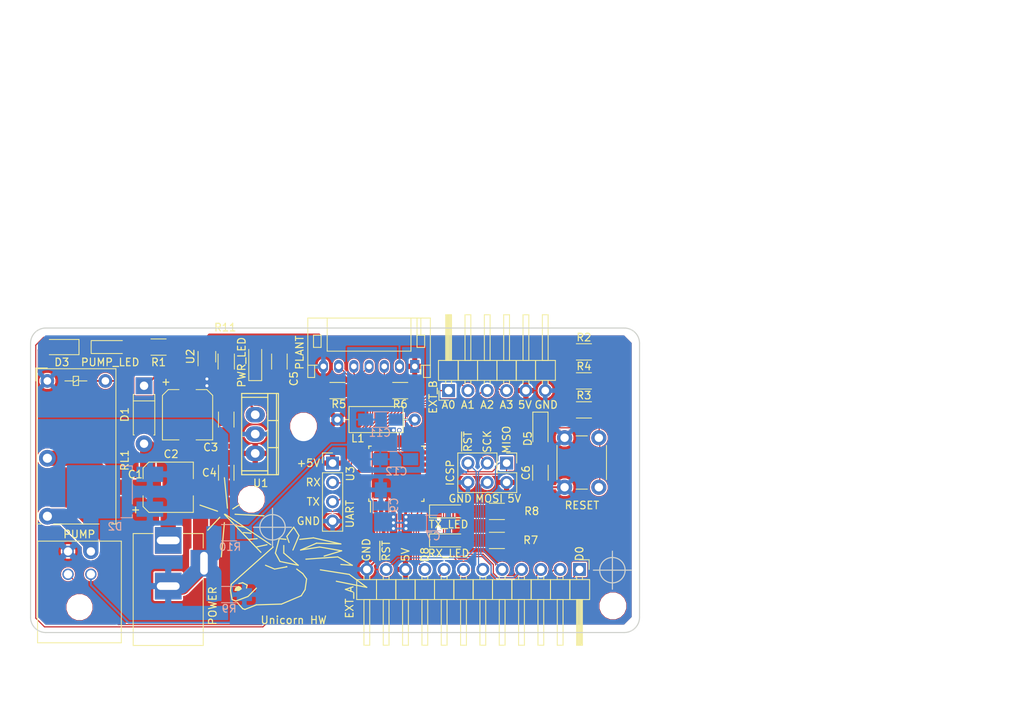
<source format=kicad_pcb>
(kicad_pcb (version 4) (host pcbnew 4.0.6)
  (layers (0 F.Cu mixed) (31 B.Cu mixed) (34 B.Paste user) (35 F.Paste user) (36 B.SilkS user) (37 F.SilkS user) (38 B.Mask user) (39 F.Mask user) (44 Edge.Cuts user))
  (net 0 "")
  (net 1 +12V)
  (net 2 PGND)
  (net 3 REG_PWR)
  (net 4 GND)
  (net 5 Vcc)
  (net 6 ~RESET)
  (net 7 AVcc)
  (net 8 AVss)
  (net 9 "Net-(C12-Pad1)")
  (net 10 /PUMP+)
  (net 11 /COIL_PWR)
  (net 12 "Net-(D4-Pad2)")
  (net 13 "Net-(D6-Pad2)")
  (net 14 RX_LED)
  (net 15 "Net-(D7-Pad2)")
  (net 16 TX_LED)
  (net 17 "Net-(D8-Pad2)")
  (net 18 MISO)
  (net 19 SCK)
  (net 20 MOSI)
  (net 21 EXT_D0)
  (net 22 EXT_D1)
  (net 23 EXT_D2)
  (net 24 EXT_A0)
  (net 25 EXT_A1)
  (net 26 EXT_A2)
  (net 27 EXT_A3)
  (net 28 ~LEVEL_ALERT)
  (net 29 THERM)
  (net 30 MOIST-)
  (net 31 MOISTURE)
  (net 32 ~OVRFLW)
  (net 33 RX)
  (net 34 TX)
  (net 35 PUMP)
  (net 36 "Net-(R3-Pad1)")
  (net 37 "Net-(R3-Pad2)")
  (net 38 MOIST+)
  (net 39 "Net-(U2-Pad3)")
  (net 40 EXT_D6)
  (net 41 EXT_D7)
  (net 42 EXT_D8)
  (module Mounting_Holes:MountingHole_3.2mm_M3 (layer F.Cu) (at 199.893 124.297)
    (fp_text reference MH2 hide)
    (fp_text value MountingHole_3.2mm_M3 hide)
    (pad 1 np_thru_hole circle (at 0 0) (size 3.2 3.2) (drill 3.2) (layers *.Cu *.Mask))
  )
  (module TO_SOT_Packages_SMD:SOT-363_SC-70-6_Handsoldering (layer F.Cu) (at 187.198 114.808 90)
    (fp_text reference U2 (at 0.036 -2.164 90) (layer F.SilkS))
    (fp_text value MIC94090 hide)
    (pad 1 smd rect (at -1.33 -0.65 90) (size 1.5 0.4) (layers F.Cu F.Paste F.Mask) (net 11 /COIL_PWR))
    (pad 2 smd rect (at -1.33 0 90) (size 1.5 0.4) (layers F.Cu F.Paste F.Mask) (net 4 GND))
    (pad 3 smd rect (at -1.33 0.65 90) (size 1.5 0.4) (layers F.Cu F.Paste F.Mask) (net 39 "Net-(U2-Pad3)"))
    (pad 4 smd rect (at 1.33 0.65 90) (size 1.5 0.4) (layers F.Cu F.Paste F.Mask) (net 5 Vcc))
    (pad 5 smd rect (at 1.33 0 90) (size 1.5 0.4) (layers F.Cu F.Paste F.Mask) (net 4 GND))
    (pad 6 smd rect (at 1.33 -0.65 90) (size 1.5 0.4) (layers F.Cu F.Paste F.Mask) (net 35 PUMP))
  )
  (module Mounting_Holes:MountingHole_3.2mm_M3 (layer F.Cu) (at 240.533 147.538)
    (fp_text reference MH3 hide)
    (fp_text value MountingHole_3.2mm_M3)
    (pad 1 np_thru_hole circle (at 0 0) (size 3.2 3.2) (drill 3.2) (layers *.Cu *.Mask))
  )
  (module Pin_Headers:Pin_Header_Angled_1x12_Pitch2.54mm (layer F.Cu) (at 236.148 142.748 270)
    (fp_text reference J3)
    (fp_text value EXT_A (at 4.315 30.21 270) (layer F.SilkS))
    (pad 1 thru_hole rect (at 0 0 270) (size 1.7 1.7) (drill 1) (layers *.Cu *.Mask) (net 21 EXT_D0))
    (pad 2 thru_hole oval (at 0 2.54 270) (size 1.7 1.7) (drill 1) (layers *.Cu *.Mask) (net 22 EXT_D1))
    (pad 3 thru_hole oval (at 0 5.08 270) (size 1.7 1.7) (drill 1) (layers *.Cu *.Mask) (net 23 EXT_D2))
    (pad 4 thru_hole oval (at 0 7.62 270) (size 1.7 1.7) (drill 1) (layers *.Cu *.Mask) (net 20 MOSI))
    (pad 5 thru_hole oval (at 0 10.16 270) (size 1.7 1.7) (drill 1) (layers *.Cu *.Mask) (net 18 MISO))
    (pad 6 thru_hole oval (at 0 12.7 270) (size 1.7 1.7) (drill 1) (layers *.Cu *.Mask) (net 19 SCK))
    (pad 7 thru_hole oval (at 0 15.24 270) (size 1.7 1.7) (drill 1) (layers *.Cu *.Mask) (net 40 EXT_D6))
    (pad 8 thru_hole oval (at 0 17.78 270) (size 1.7 1.7) (drill 1) (layers *.Cu *.Mask) (net 41 EXT_D7))
    (pad 9 thru_hole oval (at 0 20.32 270) (size 1.7 1.7) (drill 1) (layers *.Cu *.Mask) (net 42 EXT_D8))
    (pad 10 thru_hole oval (at 0 22.86 270) (size 1.7 1.7) (drill 1) (layers *.Cu *.Mask) (net 5 Vcc))
    (pad 11 thru_hole oval (at 0 25.4 270) (size 1.7 1.7) (drill 1) (layers *.Cu *.Mask) (net 6 ~RESET))
    (pad 12 thru_hole oval (at 0 27.94 270) (size 1.7 1.7) (drill 1) (layers *.Cu *.Mask) (net 4 GND))
  )
  (module Capacitors_SMD:CP_Elec_6.3x7.7 (layer F.Cu) (at 182.118 131.953)
    (fp_text reference C1 (at -4.323 -1.687) (layer F.SilkS))
    (fp_text value 100µF)
    (fp_text user + (at -4.28 2.91) (layer F.SilkS))
    (pad 1 smd rect (at -2.7 0 180) (size 3.5 1.6) (layers F.Cu F.Paste F.Mask) (net 1 +12V))
    (pad 2 smd rect (at 2.7 0 180) (size 3.5 1.6) (layers F.Cu F.Paste F.Mask) (net 2 PGND))
  )
  (module Capacitors_SMD:CP_Elec_6.3x7.7 (layer F.Cu) (at 184.658 122.428 270)
    (fp_text reference C2 (at 5.171 2.164 360) (layer F.SilkS))
    (fp_text value 100µF)
    (fp_text user + (at -4.28 2.91 270) (layer F.SilkS))
    (pad 1 smd rect (at -2.7 0 90) (size 3.5 1.6) (layers F.Cu F.Paste F.Mask) (net 3 REG_PWR))
    (pad 2 smd rect (at 2.7 0 90) (size 3.5 1.6) (layers F.Cu F.Paste F.Mask) (net 4 GND))
  )
  (module Capacitors_SMD:C_1206_HandSoldering (layer F.Cu) (at 189.738 123.063 270)
    (fp_text reference C3 (at 3.647 2.037 360) (layer F.SilkS))
    (fp_text value 100nF)
    (pad 1 smd rect (at -2 0 270) (size 2 1.6) (layers F.Cu F.Paste F.Mask) (net 3 REG_PWR))
    (pad 2 smd rect (at 2 0 270) (size 2 1.6) (layers F.Cu F.Paste F.Mask) (net 4 GND))
  )
  (module Capacitors_SMD:C_1206_HandSoldering (layer F.Cu) (at 189.738 130.048 90)
    (fp_text reference C4 (at 0.01 -2.205 180) (layer F.SilkS))
    (fp_text value 100nF)
    (pad 1 smd rect (at -2 0 90) (size 2 1.6) (layers F.Cu F.Paste F.Mask) (net 5 Vcc))
    (pad 2 smd rect (at 2 0 90) (size 2 1.6) (layers F.Cu F.Paste F.Mask) (net 4 GND))
  )
  (module Capacitors_SMD:C_1206_HandSoldering (layer F.Cu) (at 196.723 115.443 270)
    (fp_text reference C5 (at 2.25 -1.9 270) (layer F.SilkS))
    (fp_text value 100nF)
    (pad 1 smd rect (at -2 0 270) (size 2 1.6) (layers F.Cu F.Paste F.Mask) (net 5 Vcc))
    (pad 2 smd rect (at 2 0 270) (size 2 1.6) (layers F.Cu F.Paste F.Mask) (net 4 GND))
  )
  (module Capacitors_SMD:C_1206_HandSoldering (layer F.Cu) (at 231.013 130.048 270)
    (fp_text reference C6 (at 0 1.905 270) (layer F.SilkS))
    (fp_text value 100nF)
    (pad 1 smd rect (at -2 0 270) (size 2 1.6) (layers F.Cu F.Paste F.Mask) (net 6 ~RESET))
    (pad 2 smd rect (at 2 0 270) (size 2 1.6) (layers F.Cu F.Paste F.Mask) (net 4 GND))
  )
  (module Capacitors_SMD:C_1206_HandSoldering (layer B.Cu) (at 216.916 136.652)
    (fp_text reference C7 (at 0 1.75) (layer B.SilkS) (effects (justify mirror)))
    (fp_text value 100nF)
    (pad 1 smd rect (at -2 0) (size 2 1.6) (layers B.Cu B.Paste B.Mask) (net 5 Vcc))
    (pad 2 smd rect (at 2 0) (size 2 1.6) (layers B.Cu B.Paste B.Mask) (net 4 GND))
  )
  (module Capacitors_SMD:C_1206_HandSoldering (layer B.Cu) (at 210.053 134.298 90)
    (fp_text reference C9 (at 0 1.75 90) (layer B.SilkS) (effects (justify mirror)))
    (fp_text value 100nF)
    (pad 1 smd rect (at -2 0 90) (size 2 1.6) (layers B.Cu B.Paste B.Mask) (net 5 Vcc))
    (pad 2 smd rect (at 2 0 90) (size 2 1.6) (layers B.Cu B.Paste B.Mask) (net 4 GND))
  )
  (module Capacitors_SMD:C_1206_HandSoldering (layer B.Cu) (at 210.058 123.063 180)
    (fp_text reference C11 (at 0.132 -1.742 180) (layer B.SilkS) (effects (justify mirror)))
    (fp_text value 100nF)
    (pad 1 smd rect (at -2 0 180) (size 2 1.6) (layers B.Cu B.Paste B.Mask) (net 7 AVcc))
    (pad 2 smd rect (at 2 0 180) (size 2 1.6) (layers B.Cu B.Paste B.Mask) (net 8 AVss))
  )
  (module Capacitors_SMD:C_1206_HandSoldering (layer B.Cu) (at 211.963 128.27 180)
    (fp_text reference C12 (at -0.122 -1.615 180) (layer B.SilkS) (effects (justify mirror)))
    (fp_text value 10nF)
    (pad 1 smd rect (at -2 0 180) (size 2 1.6) (layers B.Cu B.Paste B.Mask) (net 9 "Net-(C12-Pad1)"))
    (pad 2 smd rect (at 2 0 180) (size 2 1.6) (layers B.Cu B.Paste B.Mask) (net 8 AVss))
  )
  (module Connectors:BARREL_JACK (layer F.Cu) (at 182.118 138.938 90)
    (fp_text reference CON1)
    (fp_text value POWER (at -8.6 5.837 90) (layer F.SilkS))
    (pad 1 thru_hole rect (at 0 0 90) (size 3.5 3.5) (drill oval 1 3) (layers *.Cu *.Mask) (net 1 +12V))
    (pad 2 thru_hole rect (at -6 0 90) (size 3.5 3.5) (drill oval 1 3) (layers *.Cu *.Mask) (net 2 PGND))
    (pad 3 thru_hole rect (at -3 4.7 90) (size 3.5 3.5) (drill oval 3 1) (layers *.Cu *.Mask) (net 2 PGND))
  )
  (module Diodes_THT:D_DO-41_SOD81_P7.62mm_Horizontal (layer F.Cu) (at 178.943 118.618 270)
    (fp_text reference D1 (at 3.793 2.537 270) (layer F.SilkS))
    (fp_text value D)
    (pad 1 thru_hole rect (at 0 0 270) (size 2.2 2.2) (drill 1.1) (layers *.Cu *.Mask) (net 3 REG_PWR))
    (pad 2 thru_hole oval (at 7.62 0 270) (size 2.2 2.2) (drill 1.1) (layers *.Cu *.Mask) (net 1 +12V))
  )
  (module TO_SOT_Packages_SMD:TO-252-2_Rectifier (layer B.Cu) (at 175.128 132.552 180)
    (fp_text reference D2 (at 0 -4.572 180) (layer B.SilkS) (effects (justify mirror)))
    (fp_text value D_Schottky_AKA)
    (pad 1 smd rect (at -4.575 2.3 270) (size 2 3.5) (layers B.Cu B.Paste B.Mask) (net 2 PGND))
    (pad 3 smd rect (at -4.575 -2.28 270) (size 2 3.5) (layers B.Cu B.Paste B.Mask) (net 2 PGND))
    (pad 2 smd rect (at 2.825 0 270) (size 7 7) (layers B.Cu B.Paste B.Mask) (net 10 /PUMP+))
  )
  (module Diodes_SMD:D_SOD-123 (layer F.Cu) (at 168.148 113.538 180)
    (fp_text reference D3 (at 0.005 -1.996 180) (layer F.SilkS))
    (fp_text value D_Schottky)
    (pad 1 smd rect (at -1.65 0 180) (size 0.9 1.2) (layers F.Cu F.Paste F.Mask) (net 11 /COIL_PWR))
    (pad 2 smd rect (at 1.65 0 180) (size 0.9 1.2) (layers F.Cu F.Paste F.Mask) (net 4 GND))
  )
  (module LEDs:LED_1206 (layer F.Cu) (at 174.498 113.538)
    (fp_text reference D4)
    (fp_text value PUMP_LED (at -0.005 1.996) (layer F.SilkS))
    (pad 2 smd rect (at 1.65 0 180) (size 1.5 1.5) (layers F.Cu F.Paste F.Mask) (net 12 "Net-(D4-Pad2)"))
    (pad 1 smd rect (at -1.65 0 180) (size 1.5 1.5) (layers F.Cu F.Paste F.Mask) (net 4 GND))
  )
  (module Diodes_SMD:D_SOD-123 (layer F.Cu) (at 231.013 124.333 270)
    (fp_text reference D5 (at 1.234 1.656 450) (layer F.SilkS))
    (fp_text value D_Schottky)
    (pad 1 smd rect (at -1.65 0 270) (size 0.9 1.2) (layers F.Cu F.Paste F.Mask) (net 5 Vcc))
    (pad 2 smd rect (at 1.65 0 270) (size 0.9 1.2) (layers F.Cu F.Paste F.Mask) (net 6 ~RESET))
  )
  (module LEDs:LED_1206 (layer F.Cu) (at 218.948 138.938)
    (fp_text reference D6)
    (fp_text value RX_LED (at 0 1.7) (layer F.SilkS))
    (pad 2 smd rect (at 1.65 0 180) (size 1.5 1.5) (layers F.Cu F.Paste F.Mask) (net 13 "Net-(D6-Pad2)"))
    (pad 1 smd rect (at -1.65 0 180) (size 1.5 1.5) (layers F.Cu F.Paste F.Mask) (net 14 RX_LED))
  )
  (module LEDs:LED_1206 (layer F.Cu) (at 218.948 135.128)
    (fp_text reference D7)
    (fp_text value TX_LED (at 0 1.7) (layer F.SilkS))
    (pad 2 smd rect (at 1.65 0 180) (size 1.5 1.5) (layers F.Cu F.Paste F.Mask) (net 15 "Net-(D7-Pad2)"))
    (pad 1 smd rect (at -1.65 0 180) (size 1.5 1.5) (layers F.Cu F.Paste F.Mask) (net 16 TX_LED))
  )
  (module LEDs:LED_1206 (layer F.Cu) (at 193.548 115.443 90)
    (fp_text reference D8)
    (fp_text value PWR_LED (at -0.091 -1.783 90) (layer F.SilkS))
    (pad 2 smd rect (at 1.65 0 270) (size 1.5 1.5) (layers F.Cu F.Paste F.Mask) (net 17 "Net-(D8-Pad2)"))
    (pad 1 smd rect (at -1.65 0 270) (size 1.5 1.5) (layers F.Cu F.Paste F.Mask) (net 4 GND))
  )
  (module Pin_Headers:Pin_Header_Straight_2x03_Pitch2.54mm (layer F.Cu) (at 226.568 128.778 270)
    (fp_text reference J1)
    (fp_text value ICSP (at 1.27 7.41 270) (layer F.SilkS))
    (pad 1 thru_hole rect (at 0 0 270) (size 1.7 1.7) (drill 1) (layers *.Cu *.Mask) (net 18 MISO))
    (pad 2 thru_hole oval (at 2.54 0 270) (size 1.7 1.7) (drill 1) (layers *.Cu *.Mask) (net 5 Vcc))
    (pad 3 thru_hole oval (at 0 2.54 270) (size 1.7 1.7) (drill 1) (layers *.Cu *.Mask) (net 19 SCK))
    (pad 4 thru_hole oval (at 2.54 2.54 270) (size 1.7 1.7) (drill 1) (layers *.Cu *.Mask) (net 20 MOSI))
    (pad 5 thru_hole oval (at 0 5.08 270) (size 1.7 1.7) (drill 1) (layers *.Cu *.Mask) (net 6 ~RESET))
    (pad 6 thru_hole oval (at 2.54 5.08 270) (size 1.7 1.7) (drill 1) (layers *.Cu *.Mask) (net 4 GND))
  )
  (module Inductors_THT:L_Axial_L7.0mm_D3.3mm_P10.16mm_Horizontal_Fastron_MICC (layer F.Cu) (at 204.343 123.063)
    (fp_text reference L1 (at 2.69 2.475) (layer F.SilkS))
    (fp_text value 10µH)
    (pad 1 thru_hole circle (at 0 0) (size 1.6 1.6) (drill 0.8) (layers *.Cu *.Mask) (net 5 Vcc))
    (pad 2 thru_hole oval (at 10.16 0) (size 1.6 1.6) (drill 0.8) (layers *.Cu *.Mask) (net 7 AVcc))
  )
  (module Connectors_Molex:Molex_Microfit3_Header_02x02_Angled_43045-040x (layer F.Cu) (at 171.958 143.383)
    (fp_text reference P1)
    (fp_text value PUMP (at -1.529 -5.243) (layer F.SilkS))
    (pad 3 thru_hole circle (at 0 -3) (size 1.5 1.5) (drill 1.1) (layers *.Cu *.Mask) (net 10 /PUMP+))
    (pad 1 thru_hole circle (at 0 0) (size 1.5 1.5) (drill 1.1) (layers *.Cu *.Mask) (net 4 GND))
    (pad 4 thru_hole circle (at -3 -3) (size 1.5 1.5) (drill 1.1) (layers *.Cu *.Mask) (net 2 PGND))
    (pad 2 thru_hole circle (at -3 0) (size 1.5 1.5) (drill 1.1) (layers *.Cu *.Mask) (net 28 ~LEVEL_ALERT))
    (pad "" np_thru_hole circle (at -1.5 4.32) (size 3.1 3.1) (drill 3.1) (layers *.Cu *.Mask))
  )
  (module Connectors_JST:JST_PH_S7B-PH-K_07x2.00mm_Angled (layer F.Cu) (at 214.503 116.078 180)
    (fp_text reference P2)
    (fp_text value PLANT (at 15.118 1.814 450) (layer F.SilkS))
    (pad 1 thru_hole rect (at 0 0 180) (size 1.2 1.7) (drill 0.75) (layers *.Cu *.Mask) (net 5 Vcc))
    (pad 2 thru_hole oval (at 2 0 180) (size 1.2 1.7) (drill 0.75) (layers *.Cu *.Mask) (net 4 GND))
    (pad 3 thru_hole oval (at 4 0 180) (size 1.2 1.7) (drill 0.75) (layers *.Cu *.Mask) (net 31 MOISTURE))
    (pad 4 thru_hole oval (at 6 0 180) (size 1.2 1.7) (drill 0.75) (layers *.Cu *.Mask) (net 30 MOIST-))
    (pad 5 thru_hole oval (at 8 0 180) (size 1.2 1.7) (drill 0.75) (layers *.Cu *.Mask) (net 29 THERM))
    (pad 6 thru_hole oval (at 10 0 180) (size 1.2 1.7) (drill 0.75) (layers *.Cu *.Mask) (net 32 ~OVRFLW))
    (pad 7 thru_hole oval (at 12 0 180) (size 1.2 1.7) (drill 0.75) (layers *.Cu *.Mask) (net 4 GND))
  )
  (module Pin_Headers:Pin_Header_Straight_1x04_Pitch2.54mm (layer F.Cu) (at 203.708 128.778)
    (fp_text reference P3 hide)
    (fp_text value UART (at 2.281 6.695 90) (layer F.SilkS))
    (pad 1 thru_hole rect (at 0 0) (size 1.7 1.7) (drill 1) (layers *.Cu *.Mask) (net 5 Vcc))
    (pad 2 thru_hole oval (at 0 2.54) (size 1.7 1.7) (drill 1) (layers *.Cu *.Mask) (net 33 RX))
    (pad 3 thru_hole oval (at 0 5.08) (size 1.7 1.7) (drill 1) (layers *.Cu *.Mask) (net 34 TX))
    (pad 4 thru_hole oval (at 0 7.62) (size 1.7 1.7) (drill 1) (layers *.Cu *.Mask) (net 4 GND))
  )
  (module Resistors_SMD:R_1206_HandSoldering (layer F.Cu) (at 180.848 113.538)
    (fp_text reference R1 (at 0 2) (layer F.SilkS))
    (fp_text value 1.5k)
    (pad 1 smd rect (at -2 0) (size 2 1.7) (layers F.Cu F.Paste F.Mask) (net 12 "Net-(D4-Pad2)"))
    (pad 2 smd rect (at 2 0) (size 2 1.7) (layers F.Cu F.Paste F.Mask) (net 35 PUMP))
  )
  (module Resistors_SMD:R_1206_HandSoldering (layer F.Cu) (at 236.728 114.173 180)
    (fp_text reference R2 (at 0 1.905 180) (layer F.SilkS))
    (fp_text value 4k7)
    (pad 1 smd rect (at -2 0 180) (size 2 1.7) (layers F.Cu F.Paste F.Mask) (net 6 ~RESET))
    (pad 2 smd rect (at 2 0 180) (size 2 1.7) (layers F.Cu F.Paste F.Mask) (net 5 Vcc))
  )
  (module Resistors_SMD:R_1206_HandSoldering (layer F.Cu) (at 236.728 121.793 180)
    (fp_text reference R3 (at 0 1.905 180) (layer F.SilkS))
    (fp_text value 150)
    (pad 1 smd rect (at -2 0 180) (size 2 1.7) (layers F.Cu F.Paste F.Mask) (net 36 "Net-(R3-Pad1)"))
    (pad 2 smd rect (at 2 0 180) (size 2 1.7) (layers F.Cu F.Paste F.Mask) (net 37 "Net-(R3-Pad2)"))
  )
  (module Resistors_SMD:R_1206_HandSoldering (layer F.Cu) (at 236.728 117.983)
    (fp_text reference R4 (at 0 -1.905) (layer F.SilkS))
    (fp_text value 150)
    (pad 1 smd rect (at -2 0) (size 2 1.7) (layers F.Cu F.Paste F.Mask) (net 37 "Net-(R3-Pad2)"))
    (pad 2 smd rect (at 2 0) (size 2 1.7) (layers F.Cu F.Paste F.Mask) (net 6 ~RESET))
  )
  (module Resistors_SMD:R_1206_HandSoldering (layer F.Cu) (at 204.343 119.253)
    (fp_text reference R5 (at 0.19 1.785) (layer F.SilkS))
    (fp_text value 100k)
    (pad 1 smd rect (at -2 0) (size 2 1.7) (layers F.Cu F.Paste F.Mask) (net 5 Vcc))
    (pad 2 smd rect (at 2 0) (size 2 1.7) (layers F.Cu F.Paste F.Mask) (net 32 ~OVRFLW))
  )
  (module Resistors_SMD:R_1206_HandSoldering (layer F.Cu) (at 212.598 119.253)
    (fp_text reference R6 (at -0.005 1.785) (layer F.SilkS))
    (fp_text value 10k)
    (pad 1 smd rect (at -2 0) (size 2 1.7) (layers F.Cu F.Paste F.Mask) (net 31 MOISTURE))
    (pad 2 smd rect (at 2 0) (size 2 1.7) (layers F.Cu F.Paste F.Mask) (net 38 MOIST+))
  )
  (module Resistors_SMD:R_1206_HandSoldering (layer F.Cu) (at 225.298 138.938 180)
    (fp_text reference R7 (at -4.44 0.036 180) (layer F.SilkS))
    (fp_text value 150R)
    (pad 1 smd rect (at -2 0 180) (size 2 1.7) (layers F.Cu F.Paste F.Mask) (net 5 Vcc))
    (pad 2 smd rect (at 2 0 180) (size 2 1.7) (layers F.Cu F.Paste F.Mask) (net 13 "Net-(D6-Pad2)"))
  )
  (module Resistors_SMD:R_1206_HandSoldering (layer F.Cu) (at 225.298 135.128 180)
    (fp_text reference R8 (at -4.567 0.036 180) (layer F.SilkS))
    (fp_text value 150R)
    (pad 1 smd rect (at -2 0 180) (size 2 1.7) (layers F.Cu F.Paste F.Mask) (net 5 Vcc))
    (pad 2 smd rect (at 2 0 180) (size 2 1.7) (layers F.Cu F.Paste F.Mask) (net 15 "Net-(D7-Pad2)"))
  )
  (module Resistors_SMD:R_1206_HandSoldering (layer B.Cu) (at 190.119 146.05)
    (fp_text reference R9 (at 0 1.85) (layer B.SilkS) (effects (justify mirror)))
    (fp_text value 0)
    (pad 1 smd rect (at -2 0) (size 2 1.7) (layers B.Cu B.Paste B.Mask) (net 2 PGND))
    (pad 2 smd rect (at 2 0) (size 2 1.7) (layers B.Cu B.Paste B.Mask) (net 4 GND))
  )
  (module Resistors_SMD:R_1206_HandSoldering (layer B.Cu) (at 190.119 137.922 180)
    (fp_text reference R10 (at -0.122 -1.869 180) (layer B.SilkS) (effects (justify mirror)))
    (fp_text value 0)
    (pad 1 smd rect (at -2 0 180) (size 2 1.7) (layers B.Cu B.Paste B.Mask) (net 8 AVss))
    (pad 2 smd rect (at 2 0 180) (size 2 1.7) (layers B.Cu B.Paste B.Mask) (net 2 PGND))
  )
  (module Resistors_SMD:R_1206_HandSoldering (layer F.Cu) (at 189.738 115.443 90)
    (fp_text reference R11 (at 4.481 -0.132 180) (layer F.SilkS))
    (fp_text value 1.5K)
    (pad 1 smd rect (at -2 0 90) (size 2 1.7) (layers F.Cu F.Paste F.Mask) (net 3 REG_PWR))
    (pad 2 smd rect (at 2 0 90) (size 2 1.7) (layers F.Cu F.Paste F.Mask) (net 17 "Net-(D8-Pad2)"))
  )
  (module Relays_THT:Relay_SPST_Finder_32.21-x300 (layer F.Cu) (at 166.243 117.983)
    (fp_text reference RL1 (at 10.163 10.428 90) (layer F.SilkS))
    (fp_text value FINDER-32.21-x300)
    (pad A1 thru_hole circle (at 0 0) (size 1.8 1.8) (drill 1) (layers *.Cu *.Mask) (net 4 GND))
    (pad A2 thru_hole circle (at 7.62 0) (size 1.8 1.8) (drill 1) (layers *.Cu *.Mask) (net 11 /COIL_PWR))
    (pad 11 thru_hole circle (at 0 10.16) (size 2.2 2.2) (drill 1.2) (layers *.Cu *.Mask) (net 1 +12V))
    (pad 14 thru_hole circle (at 0 17.78) (size 2.2 2.2) (drill 1.2) (layers *.Cu *.Mask) (net 10 /PUMP+))
  )
  (module Buttons_Switches_THT:SW_PUSH_6mm (layer F.Cu) (at 234.188 131.953 90)
    (fp_text reference SW1)
    (fp_text value RESET (at -2.377 2.281 180) (layer F.SilkS))
    (pad 2 thru_hole circle (at 0 4.5 180) (size 2 2) (drill 1.1) (layers *.Cu *.Mask) (net 36 "Net-(R3-Pad1)"))
    (pad 1 thru_hole circle (at 0 0 180) (size 2 2) (drill 1.1) (layers *.Cu *.Mask) (net 4 GND))
    (pad 2 thru_hole circle (at 6.5 4.5 180) (size 2 2) (drill 1.1) (layers *.Cu *.Mask) (net 36 "Net-(R3-Pad1)"))
    (pad 1 thru_hole circle (at 6.5 0 180) (size 2 2) (drill 1.1) (layers *.Cu *.Mask) (net 4 GND))
  )
  (module Power_Integrations:TO-220 (layer F.Cu) (at 193.548 124.968 270)
    (fp_text reference U1 (at 6.443 -0.723 360) (layer F.SilkS))
    (fp_text value LM7805CT)
    (pad 2 thru_hole oval (at 0 0 270) (size 2.032 2.54) (drill 1.143) (layers *.Cu *.Mask) (net 4 GND))
    (pad 3 thru_hole oval (at 2.54 0 270) (size 2.032 2.54) (drill 1.143) (layers *.Cu *.Mask) (net 5 Vcc))
    (pad 1 thru_hole oval (at -2.54 0 270) (size 2.032 2.54) (drill 1.143) (layers *.Cu *.Mask) (net 3 REG_PWR))
  )
  (module Housings_QFP:TQFP-32_7x7mm_Pitch0.8mm (layer F.Cu) (at 212.09 130.175 90)
    (fp_text reference U3 (at 0 -6.05 90) (layer F.SilkS))
    (fp_text value ATMEGA168-20AU)
    (pad 1 smd rect (at -4.25 -2.8 90) (size 1.6 0.55) (layers F.Cu F.Paste F.Mask) (net 28 ~LEVEL_ALERT))
    (pad 2 smd rect (at -4.25 -2 90) (size 1.6 0.55) (layers F.Cu F.Paste F.Mask) (net 35 PUMP))
    (pad 3 smd rect (at -4.25 -1.2 90) (size 1.6 0.55) (layers F.Cu F.Paste F.Mask) (net 4 GND))
    (pad 4 smd rect (at -4.25 -0.4 90) (size 1.6 0.55) (layers F.Cu F.Paste F.Mask) (net 5 Vcc))
    (pad 5 smd rect (at -4.25 0.4 90) (size 1.6 0.55) (layers F.Cu F.Paste F.Mask) (net 4 GND))
    (pad 6 smd rect (at -4.25 1.2 90) (size 1.6 0.55) (layers F.Cu F.Paste F.Mask) (net 5 Vcc))
    (pad 7 smd rect (at -4.25 2 90) (size 1.6 0.55) (layers F.Cu F.Paste F.Mask) (net 40 EXT_D6))
    (pad 8 smd rect (at -4.25 2.8 90) (size 1.6 0.55) (layers F.Cu F.Paste F.Mask) (net 41 EXT_D7))
    (pad 9 smd rect (at -2.8 4.25 180) (size 1.6 0.55) (layers F.Cu F.Paste F.Mask) (net 14 RX_LED))
    (pad 10 smd rect (at -2 4.25 180) (size 1.6 0.55) (layers F.Cu F.Paste F.Mask) (net 16 TX_LED))
    (pad 11 smd rect (at -1.2 4.25 180) (size 1.6 0.55) (layers F.Cu F.Paste F.Mask) (net 42 EXT_D8))
    (pad 12 smd rect (at -0.4 4.25 180) (size 1.6 0.55) (layers F.Cu F.Paste F.Mask) (net 21 EXT_D0))
    (pad 13 smd rect (at 0.4 4.25 180) (size 1.6 0.55) (layers F.Cu F.Paste F.Mask) (net 22 EXT_D1))
    (pad 14 smd rect (at 1.2 4.25 180) (size 1.6 0.55) (layers F.Cu F.Paste F.Mask) (net 23 EXT_D2))
    (pad 15 smd rect (at 2 4.25 180) (size 1.6 0.55) (layers F.Cu F.Paste F.Mask) (net 20 MOSI))
    (pad 16 smd rect (at 2.8 4.25 180) (size 1.6 0.55) (layers F.Cu F.Paste F.Mask) (net 18 MISO))
    (pad 17 smd rect (at 4.25 2.8 90) (size 1.6 0.55) (layers F.Cu F.Paste F.Mask) (net 19 SCK))
    (pad 18 smd rect (at 4.25 2 90) (size 1.6 0.55) (layers F.Cu F.Paste F.Mask) (net 7 AVcc))
    (pad 19 smd rect (at 4.25 1.2 90) (size 1.6 0.55) (layers F.Cu F.Paste F.Mask) (net 26 EXT_A2))
    (pad 20 smd rect (at 4.25 0.4 90) (size 1.6 0.55) (layers F.Cu F.Paste F.Mask) (net 9 "Net-(C12-Pad1)"))
    (pad 21 smd rect (at 4.25 -0.4 90) (size 1.6 0.55) (layers F.Cu F.Paste F.Mask) (net 8 AVss))
    (pad 22 smd rect (at 4.25 -1.2 90) (size 1.6 0.55) (layers F.Cu F.Paste F.Mask) (net 27 EXT_A3))
    (pad 23 smd rect (at 4.25 -2 90) (size 1.6 0.55) (layers F.Cu F.Paste F.Mask) (net 24 EXT_A0))
    (pad 24 smd rect (at 4.25 -2.8 90) (size 1.6 0.55) (layers F.Cu F.Paste F.Mask) (net 25 EXT_A1))
    (pad 25 smd rect (at 2.8 -4.25 180) (size 1.6 0.55) (layers F.Cu F.Paste F.Mask) (net 38 MOIST+))
    (pad 26 smd rect (at 2 -4.25 180) (size 1.6 0.55) (layers F.Cu F.Paste F.Mask) (net 31 MOISTURE))
    (pad 27 smd rect (at 1.2 -4.25 180) (size 1.6 0.55) (layers F.Cu F.Paste F.Mask) (net 30 MOIST-))
    (pad 28 smd rect (at 0.4 -4.25 180) (size 1.6 0.55) (layers F.Cu F.Paste F.Mask) (net 29 THERM))
    (pad 29 smd rect (at -0.4 -4.25 180) (size 1.6 0.55) (layers F.Cu F.Paste F.Mask) (net 6 ~RESET))
    (pad 30 smd rect (at -1.2 -4.25 180) (size 1.6 0.55) (layers F.Cu F.Paste F.Mask) (net 33 RX))
    (pad 31 smd rect (at -2 -4.25 180) (size 1.6 0.55) (layers F.Cu F.Paste F.Mask) (net 34 TX))
    (pad 32 smd rect (at -2.8 -4.25 180) (size 1.6 0.55) (layers F.Cu F.Paste F.Mask) (net 32 ~OVRFLW))
  )
  (module Pin_Headers:Pin_Header_Angled_1x06_Pitch2.54mm (layer F.Cu) (at 218.948 119.253 90)
    (fp_text reference J2)
    (fp_text value EXT_B (at -0.853 -2.037 270) (layer F.SilkS))
    (pad 1 thru_hole rect (at 0 0 90) (size 1.7 1.7) (drill 1) (layers *.Cu *.Mask) (net 24 EXT_A0))
    (pad 2 thru_hole oval (at 0 2.54 90) (size 1.7 1.7) (drill 1) (layers *.Cu *.Mask) (net 25 EXT_A1))
    (pad 3 thru_hole oval (at 0 5.08 90) (size 1.7 1.7) (drill 1) (layers *.Cu *.Mask) (net 26 EXT_A2))
    (pad 4 thru_hole oval (at 0 7.62 90) (size 1.7 1.7) (drill 1) (layers *.Cu *.Mask) (net 27 EXT_A3))
    (pad 5 thru_hole oval (at 0 10.16 90) (size 1.7 1.7) (drill 1) (layers *.Cu *.Mask) (net 5 Vcc))
    (pad 6 thru_hole oval (at 0 12.7 90) (size 1.7 1.7) (drill 1) (layers *.Cu *.Mask) (net 4 GND))
  )
  (module Mounting_Holes:MountingHole_3.2mm_M3 (layer F.Cu) (at 193.033 133.538)
    (fp_text reference MH1 hide)
    (fp_text value MountingHole_3.2mm_M3 hide)
    (pad 1 np_thru_hole circle (at 0 0) (size 3.2 3.2) (drill 3.2) (layers *.Cu *.Mask))
  )
  (module "Logos:Unicorn HW" (layer F.Cu) (at 189.098 130.901)
    (fp_text reference LOGO hide)
    (fp_text value "Unicorn HW")
    (fp_text user "Unicorn HW" (at 9.5 18.5) (layer F.SilkS))
  )
  (gr_text D0 (at 236.143 140.68 90) (layer F.SilkS) (effects (font (size 1 1))))
  (gr_text D8 (at 215.823 140.807 90) (layer F.SilkS) (effects (font (size 1 1))))
  (gr_text 5V (at 213.283 140.807 90) (layer F.SilkS) (effects (font (size 1 1))))
  (gr_text ~RST (at 210.743 140.299 90) (layer F.SilkS) (effects (font (size 1 1))))
  (gr_text GND (at 208.148 140.172 90) (layer F.SilkS) (effects (font (size 1 1))))
  (gr_text GND (at 231.77 121.122) (layer F.SilkS) (effects (font (size 1 1))))
  (gr_text 5V (at 228.976 121.122) (layer F.SilkS) (effects (font (size 1 1))))
  (gr_text A3 (at 226.563 121.122) (layer F.SilkS) (effects (font (size 1 1))))
  (gr_text A2 (at 224.023 121.122) (layer F.SilkS) (effects (font (size 1 1))))
  (gr_text A1 (at 221.483 121.122) (layer F.SilkS) (effects (font (size 1 1))))
  (gr_text A0 (at 218.943 121.122) (layer F.SilkS) (effects (font (size 1 1))))
  (gr_text MOSI (at 224.277 133.441) (layer F.SilkS) (effects (font (size 1 1))))
  (gr_text MISO (at 226.563 125.694 90) (layer F.SilkS) (effects (font (size 1 1))))
  (gr_text "SCK\n" (at 224.023 125.948 90) (layer F.SilkS) (effects (font (size 1 1))))
  (gr_text ~RST (at 221.483 125.948 90) (layer F.SilkS) (effects (font (size 1 1))))
  (gr_text 5V (at 227.579 133.441) (layer F.SilkS) (effects (font (size 1 1))))
  (gr_text GND (at 220.467 133.441) (layer F.SilkS) (effects (font (size 1 1))))
  (gr_text GND (at 200.533 136.398) (layer F.SilkS) (effects (font (size 1 1))))
  (gr_text TX (at 201.168 133.858) (layer F.SilkS) (effects (font (size 1 1))))
  (gr_text RX (at 201.168 131.318) (layer F.SilkS) (effects (font (size 1 1))))
  (gr_text +5V (at 200.533 128.778) (layer F.SilkS) (effects (font (size 1 1))))
  (gr_line (start 164.033 149.038) (end 164.033 113.038) (layer Edge.Cuts) (width 0.15))
  (gr_line (start 242.033 151.038) (end 166.033 151.038) (layer Edge.Cuts) (width 0.15))
  (gr_line (start 244.033 113.038) (end 244.033 149.038) (layer Edge.Cuts) (width 0.15))
  (gr_line (start 166.033 111.038) (end 242.033 111.038) (layer Edge.Cuts) (width 0.15))
  (gr_arc (start 166.033 113.038) (end 164.033 113.038) (angle 90) (layer Edge.Cuts) (width 0.15))
  (gr_arc (start 166.033 149.038) (end 166.033 151.038) (angle 90) (layer Edge.Cuts) (width 0.15))
  (gr_arc (start 242.033 149.038) (end 244.033 149.038) (angle 90) (layer Edge.Cuts) (width 0.15))
  (gr_arc (start 242.033 113.038) (end 242.033 111.038) (angle 90) (layer Edge.Cuts) (width 0.15))
  (target plus (at 240.469775 142.846485) (size 5) (width 0.15) (layer Edge.Cuts))
  (target plus (at 195.81909 137.213128) (size 5) (width 0.15) (layer Edge.Cuts))
  (segment (start 179.418 131.953) (end 175.128 131.953) (width 2) (layer F.Cu) (net 1))
  (segment (start 175.128 131.953) (end 171.318 128.143) (width 2) (layer F.Cu) (net 1))
  (segment (start 171.318 128.143) (end 166.31921 128.143) (width 2) (layer F.Cu) (net 1))
  (segment (start 179.418 131.953) (end 179.418 126.713) (width 2) (layer F.Cu) (net 1))
  (segment (start 179.418 126.713) (end 178.943 126.238) (width 2) (layer F.Cu) (net 1))
  (segment (start 182.118 138.938) (end 182.118 134.653) (width 2) (layer F.Cu) (net 1))
  (segment (start 182.118 134.653) (end 179.418 131.953) (width 2) (layer F.Cu) (net 1))
  (segment (start 182.118 144.938) (end 183.818 144.938) (width 2) (layer B.Cu) (net 2))
  (segment (start 183.818 144.938) (end 186.818 141.938) (width 2) (layer B.Cu) (net 2))
  (segment (start 188.119 146.05) (end 188.119 143.239) (width 2) (layer B.Cu) (net 2))
  (segment (start 188.119 143.239) (end 186.818 141.938) (width 2) (layer B.Cu) (net 2))
  (segment (start 188.119 137.922) (end 188.119 140.637) (width 2) (layer B.Cu) (net 2))
  (segment (start 188.119 140.637) (end 186.818 141.938) (width 2) (layer B.Cu) (net 2))
  (segment (start 182.245 145.065) (end 183.945 145.065) (width 2) (layer F.Cu) (net 2))
  (segment (start 183.945 145.065) (end 186.3725 142.6375) (width 2) (layer F.Cu) (net 2))
  (segment (start 186.3725 142.6375) (end 186.3725 133.5075) (width 2) (layer F.Cu) (net 2))
  (segment (start 186.3725 133.5075) (end 184.945 132.08) (width 2) (layer F.Cu) (net 2))
  (segment (start 194.31 122.555) (end 192.945 121.19) (width 0.254) (layer F.Cu) (net 3))
  (segment (start 192.945 121.19) (end 189.6745 121.19) (width 0.254) (layer F.Cu) (net 3))
  (segment (start 189.6745 121.19) (end 189.6745 118.3955) (width 0.254) (layer F.Cu) (net 3))
  (segment (start 189.6745 118.3955) (end 189.865 118.205) (width 0.254) (layer F.Cu) (net 3))
  (segment (start 179.07 118.745) (end 180.2765 117.5385) (width 0.254) (layer F.Cu) (net 3))
  (segment (start 180.2765 117.5385) (end 184.15 117.5385) (width 0.254) (layer F.Cu) (net 3))
  (segment (start 184.15 117.5385) (end 184.785 118.1735) (width 0.254) (layer F.Cu) (net 3))
  (segment (start 184.785 118.1735) (end 184.785 119.855) (width 0.254) (layer F.Cu) (net 3))
  (segment (start 184.785 121.285) (end 189.165 121.285) (width 0.254) (layer F.Cu) (net 3))
  (segment (start 212.49 134.425) (end 212.49 138.466) (width 0.254) (layer F.Cu) (net 4))
  (segment (start 212.49 138.466) (end 210.942 140.014) (width 0.254) (layer F.Cu) (net 4))
  (segment (start 210.942 139.128409) (end 210.942 140.014) (width 0.254) (layer F.Cu) (net 4))
  (segment (start 210.942 139.128409) (end 210.942 134.477) (width 0.254) (layer F.Cu) (net 4))
  (segment (start 210.942 140.014) (end 208.208 142.748) (width 0.254) (layer F.Cu) (net 4))
  (segment (start 210.89 134.425) (end 210.89 132.858) (width 0.254) (layer F.Cu) (net 4))
  (segment (start 211.196 132.552) (end 212.593 132.552) (width 0.254) (layer F.Cu) (net 4))
  (segment (start 210.89 132.858) (end 211.196 132.552) (width 0.254) (layer F.Cu) (net 4))
  (segment (start 212.49 133.371) (end 212.49 134.425) (width 0.254) (layer F.Cu) (net 4))
  (segment (start 212.593 132.552) (end 212.593 133.268) (width 0.254) (layer F.Cu) (net 4))
  (segment (start 212.593 133.268) (end 212.49 133.371) (width 0.254) (layer F.Cu) (net 4))
  (segment (start 210.942 134.477) (end 210.89 134.425) (width 0.254) (layer F.Cu) (net 4))
  (segment (start 195.453 120.523) (end 195.453 124.419) (width 0.254) (layer F.Cu) (net 4))
  (segment (start 195.453 124.419) (end 194.813 125.059) (width 0.254) (layer F.Cu) (net 4))
  (segment (start 194.813 125.059) (end 193.639 125.059) (width 0.254) (layer F.Cu) (net 4))
  (segment (start 193.639 125.059) (end 193.548 124.968) (width 0.254) (layer F.Cu) (net 4))
  (segment (start 189.738 125.063) (end 193.453 125.063) (width 0.254) (layer F.Cu) (net 4))
  (segment (start 193.453 125.063) (end 193.548 124.968) (width 0.254) (layer F.Cu) (net 4))
  (segment (start 189.738 125.063) (end 184.723 125.063) (width 0.254) (layer F.Cu) (net 4))
  (segment (start 184.723 125.063) (end 184.658 125.128) (width 0.254) (layer F.Cu) (net 4))
  (segment (start 193.675 117.22) (end 193.675 118.745) (width 0.254) (layer F.Cu) (net 4))
  (segment (start 195.453 120.523) (end 196.723 119.253) (width 0.254) (layer F.Cu) (net 4))
  (segment (start 193.675 118.745) (end 195.453 120.523) (width 0.254) (layer F.Cu) (net 4))
  (segment (start 196.723 119.253) (end 196.723 117.697) (width 0.254) (layer F.Cu) (net 4))
  (segment (start 196.723 117.697) (end 196.85 117.57) (width 0.254) (layer F.Cu) (net 4))
  (segment (start 166.498 113.538) (end 166.498 113.0925) (width 0.254) (layer F.Cu) (net 4))
  (segment (start 166.498 113.0925) (end 166.931901 112.658599) (width 0.254) (layer F.Cu) (net 4))
  (segment (start 166.931901 112.658599) (end 170.964599 112.658599) (width 0.254) (layer F.Cu) (net 4))
  (segment (start 170.964599 112.658599) (end 171.844 113.538) (width 0.254) (layer F.Cu) (net 4))
  (segment (start 171.844 113.538) (end 172.848 113.538) (width 0.254) (layer F.Cu) (net 4))
  (segment (start 187.5155 111.887) (end 201.93 111.887) (width 0.254) (layer F.Cu) (net 4))
  (segment (start 202.503 116.078) (end 202.503 112.46) (width 0.254) (layer F.Cu) (net 4))
  (segment (start 202.503 112.46) (end 201.93 111.887) (width 0.254) (layer F.Cu) (net 4))
  (segment (start 166.243 117.983) (end 165.1 116.84) (width 0.254) (layer F.Cu) (net 4))
  (segment (start 165.1 116.84) (end 165.1 113.919) (width 0.254) (layer F.Cu) (net 4))
  (segment (start 165.1 113.919) (end 165.735 113.284) (width 0.254) (layer F.Cu) (net 4))
  (segment (start 165.735 113.284) (end 166.244 113.284) (width 0.254) (layer F.Cu) (net 4))
  (segment (start 166.244 113.284) (end 166.498 113.538) (width 0.254) (layer F.Cu) (net 4))
  (segment (start 187.198 113.478) (end 187.198 112.2045) (width 0.254) (layer F.Cu) (net 4))
  (segment (start 187.198 112.2045) (end 187.5155 111.887) (width 0.254) (layer F.Cu) (net 4))
  (segment (start 171.958 143.383) (end 171.958 144.78) (width 0.254) (layer B.Cu) (net 4))
  (segment (start 176.911 149.733) (end 192.659 149.733) (width 0.254) (layer B.Cu) (net 4))
  (segment (start 171.958 144.78) (end 176.911 149.733) (width 0.254) (layer B.Cu) (net 4))
  (segment (start 166.625 117.855) (end 166.37 118.11) (width 0.254) (layer F.Cu) (net 4))
  (segment (start 187.198 117.729) (end 187.198 118.618) (width 0.254) (layer F.Cu) (net 4))
  (via (at 187.198 117.729) (size 0.6) (drill 0.4) (layers F.Cu B.Cu) (net 4))
  (segment (start 187.198 116.265) (end 187.198 117.729) (width 0.254) (layer F.Cu) (net 4))
  (segment (start 187.325 118.618) (end 187.325 118.745) (width 0.254) (layer B.Cu) (net 4))
  (via (at 187.198 118.618) (size 0.6) (drill 0.4) (layers F.Cu B.Cu) (net 4))
  (segment (start 189.738 128.048) (end 189.738 125.063) (width 0.254) (layer F.Cu) (net 4))
  (segment (start 212.503 116.078) (end 212.503 112.554) (width 0.254) (layer B.Cu) (net 4))
  (segment (start 212.503 112.554) (end 212.471 112.522) (width 0.254) (layer B.Cu) (net 4))
  (segment (start 234.315 131.953) (end 231.108 131.953) (width 0.254) (layer F.Cu) (net 4))
  (segment (start 231.108 131.953) (end 231.013 132.048) (width 0.254) (layer F.Cu) (net 4))
  (segment (start 213.355 136.616) (end 211.704 136.616) (width 0.254) (layer B.Cu) (net 5))
  (segment (start 213.355 137.378) (end 211.704 137.378) (width 0.254) (layer B.Cu) (net 5))
  (segment (start 211.704 135.854004) (end 211.704 134.439) (width 0.254) (layer F.Cu) (net 5))
  (segment (start 211.704 134.439) (end 211.69 134.425) (width 0.254) (layer F.Cu) (net 5))
  (segment (start 213.355 135.854) (end 213.355 134.49) (width 0.254) (layer F.Cu) (net 5))
  (segment (start 213.355 134.49) (end 213.29 134.425) (width 0.254) (layer F.Cu) (net 5))
  (segment (start 213.355 136.616) (end 213.355 137.378) (width 0.254) (layer B.Cu) (net 5))
  (via (at 213.355 137.378) (size 0.6) (drill 0.4) (layers F.Cu B.Cu) (net 5))
  (segment (start 213.355 135.854) (end 213.355 136.616) (width 0.254) (layer F.Cu) (net 5))
  (via (at 213.355 136.616) (size 0.6) (drill 0.4) (layers F.Cu B.Cu) (net 5))
  (segment (start 213.355 136.345) (end 213.355 135.854) (width 0.254) (layer B.Cu) (net 5))
  (segment (start 214.916 136.652) (end 213.662 136.652) (width 0.254) (layer B.Cu) (net 5))
  (segment (start 213.29 135.789) (end 213.355 135.854) (width 0.254) (layer F.Cu) (net 5))
  (segment (start 213.899 136.398) (end 213.355 135.854) (width 0.254) (layer B.Cu) (net 5))
  (segment (start 213.899 136.652) (end 213.899 136.398) (width 0.254) (layer B.Cu) (net 5))
  (segment (start 213.662 136.652) (end 213.355 136.345) (width 0.254) (layer B.Cu) (net 5))
  (segment (start 213.29 134.425) (end 213.29 135.789) (width 0.254) (layer F.Cu) (net 5))
  (via (at 213.355 135.854) (size 0.6) (drill 0.4) (layers F.Cu B.Cu) (net 5))
  (segment (start 211.704 136.616) (end 211.704 137.378) (width 0.254) (layer F.Cu) (net 5))
  (via (at 211.704 137.378) (size 0.6) (drill 0.4) (layers F.Cu B.Cu) (net 5))
  (segment (start 211.704 135.854004) (end 211.704 136.616) (width 0.254) (layer B.Cu) (net 5))
  (via (at 211.704 136.616) (size 0.6) (drill 0.4) (layers F.Cu B.Cu) (net 5))
  (segment (start 211.260004 136.298) (end 211.704 135.854004) (width 0.254) (layer B.Cu) (net 5))
  (segment (start 210.053 136.298) (end 211.260004 136.298) (width 0.254) (layer B.Cu) (net 5))
  (via (at 211.704 135.854004) (size 0.6) (drill 0.4) (layers F.Cu B.Cu) (net 5))
  (segment (start 214.662 136.398) (end 214.916 136.652) (width 0.254) (layer B.Cu) (net 5))
  (segment (start 214.916 136.652) (end 214.249 136.652) (width 0.254) (layer B.Cu) (net 5))
  (segment (start 210.185 135.858) (end 210.788 135.858) (width 0.254) (layer B.Cu) (net 5))
  (segment (start 196.85 113.09) (end 196.85 113.57) (width 0.254) (layer F.Cu) (net 5))
  (segment (start 194.31 127.635) (end 194.31 127.73) (width 0.254) (layer F.Cu) (net 5))
  (segment (start 211.597999 141.898001) (end 210.748 142.748) (width 0.1524) (layer B.Cu) (net 6))
  (segment (start 212.272 141.224) (end 211.597999 141.898001) (width 0.1524) (layer B.Cu) (net 6))
  (segment (start 221.234 141.224) (end 212.272 141.224) (width 0.1524) (layer B.Cu) (net 6))
  (segment (start 221.488 128.778) (end 222.575189 129.865189) (width 0.1524) (layer B.Cu) (net 6))
  (segment (start 222.575189 129.865189) (end 222.575189 139.882811) (width 0.1524) (layer B.Cu) (net 6))
  (segment (start 222.575189 139.882811) (end 221.234 141.224) (width 0.1524) (layer B.Cu) (net 6))
  (segment (start 231.013 128.048) (end 231.013 125.983) (width 0.1524) (layer F.Cu) (net 6))
  (segment (start 231.013 124.333) (end 231.013 125.983) (width 0.1524) (layer F.Cu) (net 6))
  (segment (start 238.728 117.983) (end 238.379 117.983) (width 0.1524) (layer F.Cu) (net 6))
  (segment (start 238.379 117.983) (end 237.4265 118.9355) (width 0.1524) (layer F.Cu) (net 6))
  (segment (start 237.4265 118.9355) (end 237.4265 123.444) (width 0.1524) (layer F.Cu) (net 6))
  (segment (start 237.4265 123.444) (end 236.728 124.1425) (width 0.1524) (layer F.Cu) (net 6))
  (segment (start 236.728 124.1425) (end 231.2035 124.1425) (width 0.1524) (layer F.Cu) (net 6))
  (segment (start 231.2035 124.1425) (end 231.013 124.333) (width 0.1524) (layer F.Cu) (net 6))
  (segment (start 221.488 129.921) (end 224.685573 129.921) (width 0.1524) (layer F.Cu) (net 6))
  (segment (start 220.345 129.921) (end 221.488 129.921) (width 0.1524) (layer F.Cu) (net 6))
  (segment (start 221.488 129.921) (end 221.488 128.778) (width 0.1524) (layer F.Cu) (net 6))
  (segment (start 207.84 130.575) (end 208.642 130.575) (width 0.1524) (layer F.Cu) (net 6))
  (segment (start 208.642 130.575) (end 208.915 130.302) (width 0.1524) (layer F.Cu) (net 6))
  (segment (start 208.915 130.302) (end 208.915 127.254) (width 0.1524) (layer F.Cu) (net 6))
  (segment (start 208.915 127.254) (end 209.169 127) (width 0.1524) (layer F.Cu) (net 6))
  (segment (start 209.169 127) (end 215.265 127) (width 0.1524) (layer F.Cu) (net 6))
  (segment (start 215.265 127) (end 215.4555 126.8095) (width 0.1524) (layer F.Cu) (net 6))
  (segment (start 215.4555 126.8095) (end 217.2335 126.8095) (width 0.1524) (layer F.Cu) (net 6))
  (segment (start 217.2335 126.8095) (end 220.345 129.921) (width 0.1524) (layer F.Cu) (net 6))
  (segment (start 224.685573 129.921) (end 225.298 129.308573) (width 0.1524) (layer F.Cu) (net 6))
  (segment (start 225.298 129.308573) (end 225.298 127.936518) (width 0.1524) (layer F.Cu) (net 6))
  (segment (start 225.298 127.936518) (end 225.726518 127.508) (width 0.1524) (layer F.Cu) (net 6))
  (segment (start 225.726518 127.508) (end 230.673 127.508) (width 0.1524) (layer F.Cu) (net 6))
  (segment (start 230.673 127.508) (end 231.013 127.848) (width 0.1524) (layer F.Cu) (net 6))
  (segment (start 231.013 127.848) (end 231.013 128.048) (width 0.1524) (layer F.Cu) (net 6))
  (segment (start 221.488 128.778) (end 221.615 128.905) (width 0.1524) (layer F.Cu) (net 6))
  (segment (start 238.728 114.173) (end 238.728 117.983) (width 0.1524) (layer F.Cu) (net 6))
  (segment (start 212.058 123.063) (end 214.503 123.063) (width 0.254) (layer B.Cu) (net 7))
  (segment (start 214.09 125.925) (end 214.09 123.476) (width 0.254) (layer F.Cu) (net 7))
  (segment (start 214.09 123.476) (end 214.503 123.063) (width 0.254) (layer F.Cu) (net 7))
  (segment (start 192.119 137.922) (end 192.119 137.827) (width 0.254) (layer B.Cu) (net 8))
  (segment (start 192.119 137.827) (end 203.581 126.365) (width 0.254) (layer B.Cu) (net 8))
  (segment (start 203.581 126.365) (end 206.629 126.365) (width 0.254) (layer B.Cu) (net 8))
  (via (at 211.709 124.46) (size 0.6) (drill 0.4) (layers F.Cu B.Cu) (net 8))
  (segment (start 211.69 125.925) (end 211.69 124.479) (width 0.254) (layer F.Cu) (net 8))
  (segment (start 211.69 124.479) (end 211.709 124.46) (width 0.254) (layer F.Cu) (net 8))
  (segment (start 213.963 128.27) (end 213.487 128.27) (width 0.1524) (layer B.Cu) (net 9))
  (segment (start 213.487 128.27) (end 212.471 127.254) (width 0.1524) (layer B.Cu) (net 9))
  (segment (start 212.471 127.254) (end 212.471 124.46) (width 0.1524) (layer B.Cu) (net 9))
  (via (at 212.471 124.46) (size 0.6) (drill 0.4) (layers F.Cu B.Cu) (net 9))
  (segment (start 212.471 124.46) (end 212.49 124.479) (width 0.1524) (layer F.Cu) (net 9))
  (segment (start 212.49 124.479) (end 212.49 125.925) (width 0.1524) (layer F.Cu) (net 9))
  (segment (start 166.243 135.763) (end 168.39866 135.763) (width 2) (layer B.Cu) (net 10))
  (segment (start 168.39866 135.763) (end 171.958 139.32234) (width 2) (layer B.Cu) (net 10))
  (segment (start 171.958 139.32234) (end 171.958 140.383) (width 2) (layer B.Cu) (net 10))
  (segment (start 171.958 140.383) (end 171.958 132.897) (width 2) (layer B.Cu) (net 10))
  (segment (start 171.958 132.897) (end 172.303 132.552) (width 2) (layer B.Cu) (net 10))
  (segment (start 171.958 140.383) (end 171.958 139.32234) (width 2) (layer F.Cu) (net 10))
  (segment (start 171.958 139.32234) (end 168.39866 135.763) (width 2) (layer F.Cu) (net 10))
  (segment (start 168.39866 135.763) (end 166.31921 135.763) (width 2) (layer F.Cu) (net 10))
  (segment (start 186.548 116.982) (end 186.436 117.094) (width 0.254) (layer F.Cu) (net 11))
  (segment (start 186.548 116.138) (end 186.548 116.982) (width 0.254) (layer F.Cu) (net 11))
  (segment (start 186.436 117.094) (end 177.165 117.094) (width 0.254) (layer F.Cu) (net 11))
  (segment (start 177.165 117.094) (end 176.276 117.983) (width 0.254) (layer F.Cu) (net 11))
  (segment (start 176.276 117.983) (end 173.863 117.983) (width 0.254) (layer F.Cu) (net 11))
  (segment (start 169.798 113.538) (end 169.798 116.458) (width 0.254) (layer F.Cu) (net 11))
  (segment (start 171.323 117.983) (end 173.863 117.983) (width 0.254) (layer F.Cu) (net 11))
  (segment (start 169.798 116.458) (end 171.323 117.983) (width 0.254) (layer F.Cu) (net 11))
  (segment (start 178.835311 112.763311) (end 178.975 112.903) (width 0.1524) (layer F.Cu) (net 12))
  (segment (start 176.275 112.903) (end 176.414689 112.763311) (width 0.1524) (layer F.Cu) (net 12))
  (segment (start 176.414689 112.763311) (end 178.835311 112.763311) (width 0.1524) (layer F.Cu) (net 12))
  (segment (start 220.725 139.065) (end 223.425 139.065) (width 0.1524) (layer F.Cu) (net 13))
  (segment (start 216.34 133.4024) (end 216.154 133.5884) (width 0.1524) (layer F.Cu) (net 14))
  (segment (start 216.34 132.975) (end 216.34 133.4024) (width 0.1524) (layer F.Cu) (net 14))
  (segment (start 216.154 133.5884) (end 216.154 137.794) (width 0.1524) (layer F.Cu) (net 14))
  (segment (start 216.154 137.794) (end 217.425 139.065) (width 0.1524) (layer F.Cu) (net 14))
  (segment (start 220.725 135.255) (end 223.425 135.255) (width 0.1524) (layer F.Cu) (net 15))
  (segment (start 217.425 132.3076) (end 217.425 135.255) (width 0.1524) (layer F.Cu) (net 16))
  (segment (start 217.2924 132.175) (end 217.425 132.3076) (width 0.1524) (layer F.Cu) (net 16))
  (segment (start 216.34 132.175) (end 217.2924 132.175) (width 0.1524) (layer F.Cu) (net 16))
  (segment (start 190.5 113.57) (end 193.325 113.57) (width 0.1524) (layer F.Cu) (net 17))
  (segment (start 193.325 113.57) (end 193.675 113.92) (width 0.1524) (layer F.Cu) (net 17))
  (segment (start 194.025 113.57) (end 193.675 113.92) (width 0.1524) (layer F.Cu) (net 17))
  (segment (start 223.48962 140.24962) (end 225.988 142.748) (width 0.1524) (layer B.Cu) (net 18))
  (segment (start 224.023 132.552) (end 223.48962 133.08538) (width 0.1524) (layer B.Cu) (net 18))
  (segment (start 224.531 132.552) (end 224.023 132.552) (width 0.1524) (layer B.Cu) (net 18))
  (segment (start 225.106601 131.976399) (end 224.531 132.552) (width 0.1524) (layer B.Cu) (net 18))
  (segment (start 225.106601 129.236999) (end 225.106601 131.976399) (width 0.1524) (layer B.Cu) (net 18))
  (segment (start 223.48962 133.08538) (end 223.48962 140.24962) (width 0.1524) (layer B.Cu) (net 18))
  (segment (start 225.5656 128.778) (end 225.106601 129.236999) (width 0.1524) (layer B.Cu) (net 18))
  (segment (start 226.568 128.778) (end 225.5656 128.778) (width 0.1524) (layer B.Cu) (net 18))
  (segment (start 226.055 130.22581) (end 226.34919 130.22581) (width 0.1524) (layer F.Cu) (net 18))
  (segment (start 226.34919 130.22581) (end 226.568 130.007) (width 0.1524) (layer F.Cu) (net 18))
  (segment (start 226.568 130.007) (end 226.568 128.778) (width 0.1524) (layer F.Cu) (net 18))
  (segment (start 220.191877 130.22581) (end 226.055 130.22581) (width 0.1524) (layer F.Cu) (net 18))
  (segment (start 217.341067 127.375) (end 219.470067 129.504) (width 0.1524) (layer F.Cu) (net 18))
  (segment (start 219.470067 129.504) (end 220.191877 130.22581) (width 0.1524) (layer F.Cu) (net 18))
  (segment (start 219.50681 129.540743) (end 219.470067 129.504) (width 0.1524) (layer F.Cu) (net 18))
  (segment (start 225.861 142.748) (end 225.988 142.748) (width 0.1524) (layer F.Cu) (net 18))
  (segment (start 216.34 127.375) (end 217.341067 127.375) (width 0.1524) (layer F.Cu) (net 18))
  (segment (start 224.028 128.778) (end 222.88 129.926) (width 0.1524) (layer B.Cu) (net 19))
  (segment (start 222.88 142.18) (end 223.448 142.748) (width 0.1524) (layer B.Cu) (net 19))
  (segment (start 222.88 129.926) (end 222.88 142.18) (width 0.1524) (layer B.Cu) (net 19))
  (segment (start 214.89 125.925) (end 215.33 126.365) (width 0.1524) (layer F.Cu) (net 19))
  (segment (start 217.2335 126.365) (end 218.4065 127.538) (width 0.1524) (layer F.Cu) (net 19))
  (segment (start 215.33 126.365) (end 217.2335 126.365) (width 0.1524) (layer F.Cu) (net 19))
  (segment (start 218.4065 127.538) (end 222.788 127.538) (width 0.1524) (layer F.Cu) (net 19))
  (segment (start 222.788 127.538) (end 224.028 128.778) (width 0.1524) (layer F.Cu) (net 19))
  (segment (start 224.155 128.905) (end 223.774 128.905) (width 0.1524) (layer B.Cu) (net 19))
  (segment (start 227.678001 143.597999) (end 228.528 142.748) (width 0.1524) (layer B.Cu) (net 20))
  (segment (start 225.137601 143.826601) (end 227.449399 143.826601) (width 0.1524) (layer B.Cu) (net 20))
  (segment (start 224.531 142.077) (end 224.531 143.22) (width 0.1524) (layer B.Cu) (net 20))
  (segment (start 224.531 143.22) (end 225.137601 143.826601) (width 0.1524) (layer B.Cu) (net 20))
  (segment (start 223.18481 140.73081) (end 224.531 142.077) (width 0.1524) (layer B.Cu) (net 20))
  (segment (start 223.18481 131.61219) (end 223.18481 140.73081) (width 0.1524) (layer B.Cu) (net 20))
  (segment (start 223.479 131.318) (end 223.18481 131.61219) (width 0.1524) (layer B.Cu) (net 20))
  (segment (start 227.449399 143.826601) (end 227.678001 143.597999) (width 0.1524) (layer B.Cu) (net 20))
  (segment (start 224.028 131.318) (end 223.479 131.318) (width 0.1524) (layer B.Cu) (net 20))
  (segment (start 219.197 139.448482) (end 219.197 130.0796) (width 0.1524) (layer F.Cu) (net 20))
  (segment (start 224.831412 142.104015) (end 223.482365 140.754968) (width 0.1524) (layer F.Cu) (net 20))
  (segment (start 224.831412 143.242412) (end 224.831412 142.104015) (width 0.1524) (layer F.Cu) (net 20))
  (segment (start 227.664433 143.865567) (end 225.454567 143.865567) (width 0.1524) (layer F.Cu) (net 20))
  (segment (start 225.454567 143.865567) (end 224.831412 143.242412) (width 0.1524) (layer F.Cu) (net 20))
  (segment (start 228.655 142.113) (end 228.655 142.875) (width 0.1524) (layer F.Cu) (net 20))
  (segment (start 217.2924 128.175) (end 216.34 128.175) (width 0.1524) (layer F.Cu) (net 20))
  (segment (start 228.655 142.875) (end 227.664433 143.865567) (width 0.1524) (layer F.Cu) (net 20))
  (segment (start 220.503486 140.754968) (end 219.197 139.448482) (width 0.1524) (layer F.Cu) (net 20))
  (segment (start 219.197 130.0796) (end 217.2924 128.175) (width 0.1524) (layer F.Cu) (net 20))
  (segment (start 223.482365 140.754968) (end 220.503486 140.754968) (width 0.1524) (layer F.Cu) (net 20))
  (segment (start 216.34 128.175) (end 217.233 128.175) (width 0.1524) (layer F.Cu) (net 20))
  (segment (start 224.028 131.318) (end 224.028 131.404) (width 0.1524) (layer B.Cu) (net 20))
  (segment (start 221.986601 142.230271) (end 221.986601 143.382101) (width 0.1524) (layer F.Cu) (net 21))
  (segment (start 234.37 144.78) (end 236.275 142.875) (width 0.1524) (layer F.Cu) (net 21))
  (segment (start 223.3845 144.78) (end 234.37 144.78) (width 0.1524) (layer F.Cu) (net 21))
  (segment (start 218.282567 139.82725) (end 220.124716 141.669399) (width 0.1524) (layer F.Cu) (net 21))
  (segment (start 221.986601 143.382101) (end 223.3845 144.78) (width 0.1524) (layer F.Cu) (net 21))
  (segment (start 221.425729 141.669399) (end 221.986601 142.230271) (width 0.1524) (layer F.Cu) (net 21))
  (segment (start 218.282567 131.565167) (end 218.282567 139.82725) (width 0.1524) (layer F.Cu) (net 21))
  (segment (start 216.34 130.575) (end 217.2924 130.575) (width 0.1524) (layer F.Cu) (net 21))
  (segment (start 220.124716 141.669399) (end 221.425729 141.669399) (width 0.1524) (layer F.Cu) (net 21))
  (segment (start 217.2924 130.575) (end 218.282567 131.565167) (width 0.1524) (layer F.Cu) (net 21))
  (segment (start 220.250974 141.36459) (end 221.551987 141.36459) (width 0.1524) (layer F.Cu) (net 22))
  (segment (start 217.2924 129.775) (end 218.587378 131.069978) (width 0.1524) (layer F.Cu) (net 22))
  (segment (start 221.551987 141.36459) (end 222.305 142.117603) (width 0.1524) (layer F.Cu) (net 22))
  (segment (start 218.587378 131.069978) (end 218.587378 139.700994) (width 0.1524) (layer F.Cu) (net 22))
  (segment (start 218.587378 139.700994) (end 220.250974 141.36459) (width 0.1524) (layer F.Cu) (net 22))
  (segment (start 222.305 142.117603) (end 222.305 143.20133) (width 0.1524) (layer F.Cu) (net 22))
  (segment (start 223.578859 144.475189) (end 231.118811 144.475189) (width 0.1524) (layer F.Cu) (net 22))
  (segment (start 216.34 129.775) (end 217.2924 129.775) (width 0.1524) (layer F.Cu) (net 22))
  (segment (start 222.305 143.20133) (end 223.578859 144.475189) (width 0.1524) (layer F.Cu) (net 22))
  (segment (start 231.118811 144.475189) (end 233.227 142.367) (width 0.1524) (layer F.Cu) (net 22))
  (segment (start 217.2924 128.975) (end 218.892189 130.574789) (width 0.1524) (layer F.Cu) (net 23))
  (segment (start 225.251378 144.170378) (end 229.899622 144.170378) (width 0.1524) (layer F.Cu) (net 23))
  (segment (start 223.356109 141.059779) (end 224.526601 142.230271) (width 0.1524) (layer F.Cu) (net 23))
  (segment (start 224.526601 142.230271) (end 224.526601 143.445601) (width 0.1524) (layer F.Cu) (net 23))
  (segment (start 218.892189 130.574789) (end 218.892189 139.574738) (width 0.1524) (layer F.Cu) (net 23))
  (segment (start 229.899622 144.170378) (end 231.195 142.875) (width 0.1524) (layer F.Cu) (net 23))
  (segment (start 216.34 128.975) (end 217.2924 128.975) (width 0.1524) (layer F.Cu) (net 23))
  (segment (start 218.892189 139.574738) (end 220.37723 141.059779) (width 0.1524) (layer F.Cu) (net 23))
  (segment (start 224.526601 143.445601) (end 225.251378 144.170378) (width 0.1524) (layer F.Cu) (net 23))
  (segment (start 220.37723 141.059779) (end 223.356109 141.059779) (width 0.1524) (layer F.Cu) (net 23))
  (segment (start 215.907137 120.636412) (end 217.290549 119.253) (width 0.1524) (layer F.Cu) (net 24))
  (segment (start 210.09 125.925) (end 210.09 124.391366) (width 0.1524) (layer F.Cu) (net 24))
  (segment (start 217.290549 119.253) (end 218.948 119.253) (width 0.1524) (layer F.Cu) (net 24))
  (segment (start 213.844954 120.636412) (end 215.907137 120.636412) (width 0.1524) (layer F.Cu) (net 24))
  (segment (start 210.09 124.391366) (end 213.844954 120.636412) (width 0.1524) (layer F.Cu) (net 24))
  (segment (start 218.129482 117.983) (end 220.218 117.983) (width 0.1524) (layer F.Cu) (net 25))
  (segment (start 220.218 117.983) (end 221.488 119.253) (width 0.1524) (layer F.Cu) (net 25))
  (segment (start 215.780881 120.331601) (end 218.129482 117.983) (width 0.1524) (layer F.Cu) (net 25))
  (segment (start 209.29 124.760299) (end 213.718698 120.331601) (width 0.1524) (layer F.Cu) (net 25))
  (segment (start 209.29 125.925) (end 209.29 124.760299) (width 0.1524) (layer F.Cu) (net 25))
  (segment (start 213.718698 120.331601) (end 215.780881 120.331601) (width 0.1524) (layer F.Cu) (net 25))
  (segment (start 213.29 125.925) (end 213.29 122.0535) (width 0.1524) (layer F.Cu) (net 26))
  (segment (start 213.29 122.0535) (end 214.097466 121.246034) (width 0.1524) (layer F.Cu) (net 26))
  (segment (start 222.0595 120.65) (end 223.4565 119.253) (width 0.1524) (layer F.Cu) (net 26))
  (segment (start 214.097466 121.246034) (end 216.159649 121.246034) (width 0.1524) (layer F.Cu) (net 26))
  (segment (start 216.159649 121.246034) (end 216.755683 120.65) (width 0.1524) (layer F.Cu) (net 26))
  (segment (start 216.755683 120.65) (end 222.0595 120.65) (width 0.1524) (layer F.Cu) (net 26))
  (segment (start 223.4565 119.253) (end 224.028 119.253) (width 0.1524) (layer F.Cu) (net 26))
  (segment (start 210.89 125.925) (end 210.89 124.022433) (width 0.1524) (layer F.Cu) (net 27))
  (segment (start 223.5835 117.983) (end 224.536 117.983) (width 0.1524) (layer F.Cu) (net 27))
  (segment (start 210.89 124.022433) (end 213.97121 120.941223) (width 0.1524) (layer F.Cu) (net 27))
  (segment (start 221.946833 120.331601) (end 222.8215 119.456934) (width 0.1524) (layer F.Cu) (net 27))
  (segment (start 213.97121 120.941223) (end 216.033393 120.941223) (width 0.1524) (layer F.Cu) (net 27))
  (segment (start 224.536 117.983) (end 225.806 119.253) (width 0.1524) (layer F.Cu) (net 27))
  (segment (start 216.033393 120.941223) (end 216.643015 120.331601) (width 0.1524) (layer F.Cu) (net 27))
  (segment (start 216.643015 120.331601) (end 221.946833 120.331601) (width 0.1524) (layer F.Cu) (net 27))
  (segment (start 222.8215 119.456934) (end 222.8215 118.745) (width 0.1524) (layer F.Cu) (net 27))
  (segment (start 222.8215 118.745) (end 223.5835 117.983) (width 0.1524) (layer F.Cu) (net 27))
  (segment (start 225.806 119.253) (end 226.568 119.253) (width 0.1524) (layer F.Cu) (net 27))
  (segment (start 168.958 143.383) (end 175.562 149.987) (width 0.1524) (layer F.Cu) (net 28))
  (segment (start 209.042 139.319) (end 209.545 138.816) (width 0.1524) (layer F.Cu) (net 28))
  (segment (start 175.562 149.987) (end 194.3735 149.987) (width 0.1524) (layer F.Cu) (net 28))
  (segment (start 194.3735 149.987) (end 205.0415 139.319) (width 0.1524) (layer F.Cu) (net 28))
  (segment (start 205.0415 139.319) (end 209.042 139.319) (width 0.1524) (layer F.Cu) (net 28))
  (segment (start 209.545 138.816) (end 209.545 134.68) (width 0.1524) (layer F.Cu) (net 28))
  (segment (start 209.545 134.68) (end 209.29 134.425) (width 0.1524) (layer F.Cu) (net 28))
  (segment (start 168.958 143.383) (end 169.085 143.51) (width 0.1524) (layer F.Cu) (net 28))
  (segment (start 169.085 143.51) (end 169.291 143.51) (width 0.1524) (layer F.Cu) (net 28))
  (segment (start 207.84 129.775) (end 206.8876 129.775) (width 0.1524) (layer F.Cu) (net 29))
  (segment (start 206.8876 129.775) (end 206.171811 129.059211) (width 0.1524) (layer F.Cu) (net 29))
  (segment (start 206.171811 129.059211) (end 206.171812 126.046753) (width 0.1524) (layer F.Cu) (net 29))
  (segment (start 208.965811 123.252756) (end 208.965811 119.480877) (width 0.1524) (layer F.Cu) (net 29))
  (segment (start 206.171812 126.046753) (end 208.965811 123.252756) (width 0.1524) (layer F.Cu) (net 29))
  (segment (start 208.965811 119.480877) (end 206.503 117.018066) (width 0.1524) (layer F.Cu) (net 29))
  (segment (start 206.503 117.018066) (end 206.503 116.328) (width 0.1524) (layer F.Cu) (net 29))
  (segment (start 206.503 116.328) (end 206.503 116.078) (width 0.1524) (layer F.Cu) (net 29))
  (segment (start 207.84 128.975) (end 206.8876 128.975) (width 0.1524) (layer F.Cu) (net 30))
  (segment (start 206.8876 128.975) (end 206.476622 128.564022) (width 0.1524) (layer F.Cu) (net 30))
  (segment (start 206.476622 128.564022) (end 206.476622 126.17301) (width 0.1524) (layer F.Cu) (net 30))
  (segment (start 209.270622 123.379012) (end 209.270622 119.354622) (width 0.1524) (layer F.Cu) (net 30))
  (segment (start 206.476622 126.17301) (end 209.270622 123.379012) (width 0.1524) (layer F.Cu) (net 30))
  (segment (start 209.270622 119.354622) (end 207.645 117.729) (width 0.1524) (layer F.Cu) (net 30))
  (segment (start 207.645 117.729) (end 207.645 116.936) (width 0.1524) (layer F.Cu) (net 30))
  (segment (start 207.645 116.936) (end 208.503 116.078) (width 0.1524) (layer F.Cu) (net 30))
  (segment (start 206.781433 126.339567) (end 210.598 122.523) (width 0.1524) (layer F.Cu) (net 31))
  (segment (start 206.8876 128.175) (end 206.781433 128.068833) (width 0.1524) (layer F.Cu) (net 31))
  (segment (start 210.598 122.523) (end 210.598 119.253) (width 0.1524) (layer F.Cu) (net 31))
  (segment (start 207.84 128.175) (end 206.8876 128.175) (width 0.1524) (layer F.Cu) (net 31))
  (segment (start 206.781433 128.068833) (end 206.781433 126.339567) (width 0.1524) (layer F.Cu) (net 31))
  (segment (start 210.503 116.078) (end 210.503 119.158) (width 0.1524) (layer F.Cu) (net 31))
  (segment (start 210.503 119.158) (end 210.598 119.253) (width 0.1524) (layer F.Cu) (net 31))
  (segment (start 206.343 119.253) (end 206.851 118.745) (width 0.1524) (layer F.Cu) (net 32))
  (segment (start 205.867 125.9205) (end 205.867 129.286) (width 0.1524) (layer F.Cu) (net 32))
  (segment (start 205.734 132.975) (end 207.84 132.975) (width 0.1524) (layer F.Cu) (net 32))
  (segment (start 206.851 118.745) (end 207.772 118.745) (width 0.1524) (layer F.Cu) (net 32))
  (segment (start 208.661 119.634) (end 208.661 123.1265) (width 0.1524) (layer F.Cu) (net 32))
  (segment (start 207.772 118.745) (end 208.661 119.634) (width 0.1524) (layer F.Cu) (net 32))
  (segment (start 203.073 130.048) (end 202.438 130.683) (width 0.1524) (layer F.Cu) (net 32))
  (segment (start 208.661 123.1265) (end 205.867 125.9205) (width 0.1524) (layer F.Cu) (net 32))
  (segment (start 205.105 130.048) (end 203.073 130.048) (width 0.1524) (layer F.Cu) (net 32))
  (segment (start 205.867 129.286) (end 205.105 130.048) (width 0.1524) (layer F.Cu) (net 32))
  (segment (start 202.438 130.683) (end 202.438 134.493) (width 0.1524) (layer F.Cu) (net 32))
  (segment (start 204.343 135.128) (end 204.978 134.493) (width 0.1524) (layer F.Cu) (net 32))
  (segment (start 204.978 134.493) (end 204.978 133.731) (width 0.1524) (layer F.Cu) (net 32))
  (segment (start 202.438 134.493) (end 203.073 135.128) (width 0.1524) (layer F.Cu) (net 32))
  (segment (start 203.073 135.128) (end 204.343 135.128) (width 0.1524) (layer F.Cu) (net 32))
  (segment (start 204.978 133.731) (end 205.734 132.975) (width 0.1524) (layer F.Cu) (net 32))
  (segment (start 204.503 116.078) (end 204.5335 116.078) (width 0.1524) (layer F.Cu) (net 32))
  (segment (start 204.5335 116.078) (end 207.02575 118.57025) (width 0.1524) (layer F.Cu) (net 32))
  (segment (start 207.02575 118.57025) (end 206.343 119.253) (width 0.1524) (layer F.Cu) (net 32))
  (segment (start 207.84 131.375) (end 203.905 131.375) (width 0.1524) (layer F.Cu) (net 33))
  (segment (start 203.905 131.375) (end 203.835 131.445) (width 0.1524) (layer F.Cu) (net 33))
  (segment (start 207.84 132.175) (end 206.026 132.175) (width 0.1524) (layer F.Cu) (net 34))
  (segment (start 206.026 132.175) (end 203.962 134.239) (width 0.1524) (layer F.Cu) (net 34))
  (segment (start 210.09 134.425) (end 209.926 134.589) (width 0.1524) (layer F.Cu) (net 35))
  (segment (start 209.926 134.589) (end 209.926 138.943) (width 0.1524) (layer F.Cu) (net 35))
  (segment (start 209.926 138.943) (end 209.169 139.7) (width 0.1524) (layer F.Cu) (net 35))
  (segment (start 209.169 139.7) (end 205.155066 139.7) (width 0.1524) (layer F.Cu) (net 35))
  (segment (start 205.155066 139.7) (end 194.563256 150.291811) (width 0.1524) (layer F.Cu) (net 35))
  (segment (start 194.563256 150.291811) (end 165.862744 150.291811) (width 0.1524) (layer F.Cu) (net 35))
  (segment (start 165.862744 150.291811) (end 164.719 149.148066) (width 0.1524) (layer F.Cu) (net 35))
  (segment (start 164.719 149.148066) (end 164.719 113.284) (width 0.1524) (layer F.Cu) (net 35))
  (segment (start 164.719 113.284) (end 165.735 112.268) (width 0.1524) (layer F.Cu) (net 35))
  (segment (start 165.735 112.268) (end 182.88 112.268) (width 0.1524) (layer F.Cu) (net 35))
  (segment (start 182.88 112.268) (end 182.848 112.3) (width 0.1524) (layer F.Cu) (net 35))
  (segment (start 182.848 112.3) (end 182.848 113.538) (width 0.1524) (layer F.Cu) (net 35))
  (segment (start 182.88 112.268) (end 186.406 112.268) (width 0.1524) (layer F.Cu) (net 35))
  (segment (start 186.406 112.268) (end 186.548 112.41) (width 0.1524) (layer F.Cu) (net 35))
  (segment (start 186.548 113.478) (end 186.548 112.41) (width 0.1524) (layer F.Cu) (net 35))
  (segment (start 182.88 113.506) (end 182.848 113.538) (width 0.1524) (layer F.Cu) (net 35))
  (segment (start 182.848 112.935) (end 182.848 113.538) (width 0.1524) (layer F.Cu) (net 35))
  (segment (start 238.815 125.453) (end 238.815 131.953) (width 0.1524) (layer F.Cu) (net 36))
  (segment (start 238.728 121.793) (end 238.728 125.366) (width 0.1524) (layer F.Cu) (net 36))
  (segment (start 238.728 125.366) (end 238.815 125.453) (width 0.1524) (layer F.Cu) (net 36))
  (segment (start 234.728 121.793) (end 234.728 117.983) (width 0.1524) (layer F.Cu) (net 37))
  (segment (start 214.352799 119.253) (end 214.376 119.253) (width 0.1524) (layer F.Cu) (net 38))
  (segment (start 207.84 125.765799) (end 214.352799 119.253) (width 0.1524) (layer F.Cu) (net 38))
  (segment (start 207.84 127.375) (end 207.84 125.765799) (width 0.1524) (layer F.Cu) (net 38))
  (segment (start 214.249 119.253) (end 214.598 119.253) (width 0.1524) (layer F.Cu) (net 38))
  (segment (start 221.035 142.875) (end 219.714189 144.195811) (width 0.1524) (layer F.Cu) (net 40))
  (segment (start 219.714189 144.195811) (end 215.066744 144.195811) (width 0.1524) (layer F.Cu) (net 40))
  (segment (start 215.066744 144.195811) (end 214.371 143.500067) (width 0.1524) (layer F.Cu) (net 40))
  (segment (start 214.371 143.500067) (end 214.371 135.885) (width 0.1524) (layer F.Cu) (net 40))
  (segment (start 214.371 135.885) (end 214.09 135.604) (width 0.1524) (layer F.Cu) (net 40))
  (segment (start 214.09 135.604) (end 214.09 134.454) (width 0.1524) (layer F.Cu) (net 40))
  (segment (start 214.09 134.454) (end 214.09 134.425) (width 0.1524) (layer F.Cu) (net 40))
  (segment (start 217.479 143.891) (end 218.495 142.875) (width 0.1524) (layer F.Cu) (net 41))
  (segment (start 214.701189 135.566211) (end 214.701189 143.399189) (width 0.1524) (layer F.Cu) (net 41))
  (segment (start 215.193 143.891) (end 217.479 143.891) (width 0.1524) (layer F.Cu) (net 41))
  (segment (start 214.701189 143.399189) (end 215.193 143.891) (width 0.1524) (layer F.Cu) (net 41))
  (segment (start 214.89 135.3774) (end 214.701189 135.566211) (width 0.1524) (layer F.Cu) (net 41))
  (segment (start 214.89 134.425) (end 214.89 135.3774) (width 0.1524) (layer F.Cu) (net 41))
  (segment (start 216.34 131.375) (end 215.3876 131.375) (width 0.1524) (layer F.Cu) (net 42))
  (segment (start 215.3876 131.375) (end 215.265 131.4976) (width 0.1524) (layer F.Cu) (net 42))
  (segment (start 215.393601 133.442119) (end 215.393601 135.407881) (width 0.1524) (layer F.Cu) (net 42))
  (segment (start 215.393601 135.407881) (end 215.006 135.795482) (width 0.1524) (layer F.Cu) (net 42))
  (segment (start 215.265 131.4976) (end 215.265 133.313518) (width 0.1524) (layer F.Cu) (net 42))
  (segment (start 215.265 133.313518) (end 215.393601 133.442119) (width 0.1524) (layer F.Cu) (net 42))
  (segment (start 215.006 135.795482) (end 215.006 141.926) (width 0.1524) (layer F.Cu) (net 42))
  (segment (start 215.006 141.926) (end 215.828 142.748) (width 0.1524) (layer F.Cu) (net 42))
  (zone (net 2) (net_name PGND) (layer B.Cu) (priority 2) (connect_pads (clearance 0.2)) (min_thickness 0.2032) (fill yes (arc_segments 16) (thermal_gap 0.508) (thermal_bridge_width 0.8))
    (polygon (pts (xy 190 150) (xy 166 150) (xy 165 149) (xy 165 123) (xy 188 123) (xy 190 125)))
  )
  (zone (net 4) (net_name GND) (layer B.Cu) (connect_pads (clearance 0.2032)) (min_thickness 0.2032) (fill yes (arc_segments 16) (thermal_gap 0.508) (thermal_bridge_width 0.6))
    (polygon (pts (xy 166 150) (xy 165 149) (xy 165 113) (xy 166 112) (xy 242 112) (xy 243 113) (xy 243 149) (xy 242 150)))
  )
  (zone (net 5) (net_name Vcc) (layer F.Cu) (connect_pads (clearance 0.0508)) (min_thickness 0.0508) (fill yes (arc_segments 16) (thermal_gap 0.254) (thermal_bridge_width 0.7))
    (polygon (pts (xy 166 150) (xy 165 149) (xy 165 113) (xy 166 112) (xy 242 112) (xy 243 113) (xy 243 149) (xy 242 150)))
  )
  (zone (net 8) (net_name AVss) (layer B.Cu) (priority 2) (connect_pads (clearance 0.2032)) (min_thickness 0.2032) (fill yes (arc_segments 16) (thermal_gap 0.254) (thermal_bridge_width 0.254))
    (polygon (pts (xy 215.773 130.048) (xy 215.773 113.538) (xy 205.613 113.538) (xy 205.613 128.143) (xy 207.518 130.048)))
  )
  (zone (net 5) (net_name Vcc) (layer B.Cu) (priority 3) (connect_pads (clearance 0.1524)) (min_thickness 0.1524) (fill yes (arc_segments 16) (thermal_gap 0.508) (thermal_bridge_width 0.7))
    (polygon (pts (xy 213.863 135.473) (xy 212.974 135.473) (xy 212.974 137.759) (xy 214.625 137.759) (xy 216.022 137.759) (xy 216.022 135.473)))
  )
  (zone (net 5) (net_name Vcc) (layer B.Cu) (priority 3) (connect_pads (clearance 0.1524)) (min_thickness 0.1524) (fill yes (arc_segments 16) (thermal_gap 0.508) (thermal_bridge_width 0.7))
    (polygon (pts (xy 209.164 137.759) (xy 211.323 137.759) (xy 212.085 137.759) (xy 212.085 135.219) (xy 210.815 135.219) (xy 209.164 135.219)))
  )
  (zone (net 4) (net_name GND) (layer F.Cu) (priority 4) (connect_pads (clearance 0.1524)) (min_thickness 0.1524) (fill yes (arc_segments 16) (thermal_gap 0.1524) (thermal_bridge_width 0.7))
    (polygon (pts (xy 208.8515 126.9365) (xy 208.8515 133.4135) (xy 215.3285 133.4135) (xy 215.3285 126.9365)))
  )
  (zone (net 0) (net_name "") (layer B.Cu) (connect_pads (clearance 0.1524)) (min_thickness 0.1524)
    (keepout (tracks allowed) (vias not_allowed) (copperpour not_allowed))
    (fill (arc_segments 16) (thermal_gap 0.254) (thermal_bridge_width 0.254))
    (polygon (pts (xy 190.241 136.108) (xy 184.018 136.108) (xy 184.018 147.538) (xy 190.241 147.538)))
  )
)
</source>
